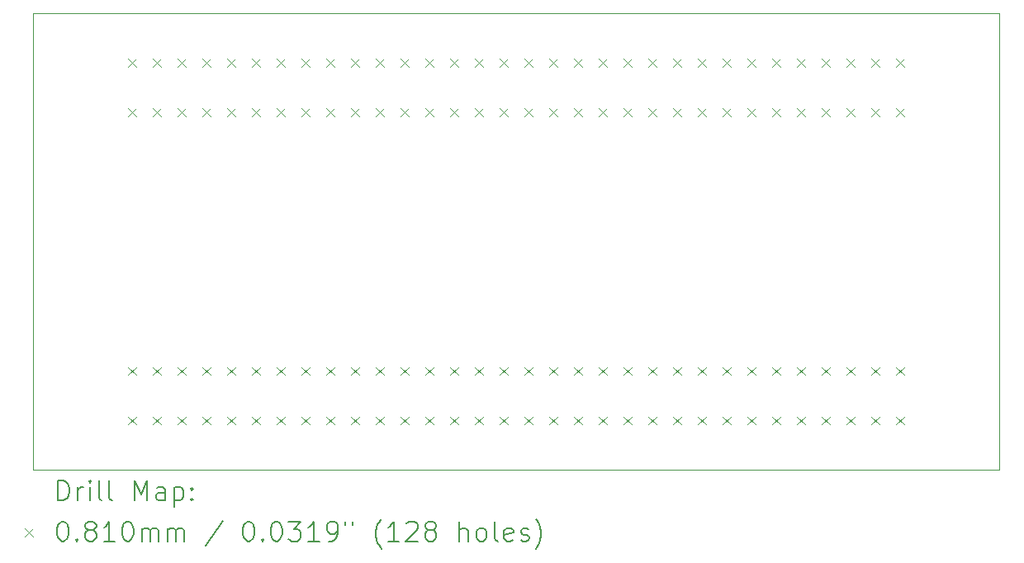
<source format=gbr>
%TF.GenerationSoftware,KiCad,Pcbnew,8.0.2*%
%TF.CreationDate,2024-12-08T11:28:18+01:00*%
%TF.ProjectId,junior-internal-bus,6a756e69-6f72-42d6-996e-7465726e616c,rev?*%
%TF.SameCoordinates,Original*%
%TF.FileFunction,Drillmap*%
%TF.FilePolarity,Positive*%
%FSLAX45Y45*%
G04 Gerber Fmt 4.5, Leading zero omitted, Abs format (unit mm)*
G04 Created by KiCad (PCBNEW 8.0.2) date 2024-12-08 11:28:18*
%MOMM*%
%LPD*%
G01*
G04 APERTURE LIST*
%ADD10C,0.050000*%
%ADD11C,0.200000*%
%ADD12C,0.100000*%
G04 APERTURE END LIST*
D10*
X8128000Y-10668000D02*
X8128000Y-5988000D01*
X18034000Y-10668000D02*
X8128000Y-10668000D01*
X8128000Y-5988000D02*
X18034000Y-5988000D01*
X18034000Y-5988000D02*
X18034000Y-10668000D01*
D11*
D12*
X9103500Y-6455500D02*
X9184500Y-6536500D01*
X9184500Y-6455500D02*
X9103500Y-6536500D01*
X9103500Y-6963500D02*
X9184500Y-7044500D01*
X9184500Y-6963500D02*
X9103500Y-7044500D01*
X9103500Y-9615500D02*
X9184500Y-9696500D01*
X9184500Y-9615500D02*
X9103500Y-9696500D01*
X9103500Y-10123500D02*
X9184500Y-10204500D01*
X9184500Y-10123500D02*
X9103500Y-10204500D01*
X9357500Y-6455500D02*
X9438500Y-6536500D01*
X9438500Y-6455500D02*
X9357500Y-6536500D01*
X9357500Y-6963500D02*
X9438500Y-7044500D01*
X9438500Y-6963500D02*
X9357500Y-7044500D01*
X9357500Y-9615500D02*
X9438500Y-9696500D01*
X9438500Y-9615500D02*
X9357500Y-9696500D01*
X9357500Y-10123500D02*
X9438500Y-10204500D01*
X9438500Y-10123500D02*
X9357500Y-10204500D01*
X9611500Y-6455500D02*
X9692500Y-6536500D01*
X9692500Y-6455500D02*
X9611500Y-6536500D01*
X9611500Y-6963500D02*
X9692500Y-7044500D01*
X9692500Y-6963500D02*
X9611500Y-7044500D01*
X9611500Y-9615500D02*
X9692500Y-9696500D01*
X9692500Y-9615500D02*
X9611500Y-9696500D01*
X9611500Y-10123500D02*
X9692500Y-10204500D01*
X9692500Y-10123500D02*
X9611500Y-10204500D01*
X9865500Y-6455500D02*
X9946500Y-6536500D01*
X9946500Y-6455500D02*
X9865500Y-6536500D01*
X9865500Y-6963500D02*
X9946500Y-7044500D01*
X9946500Y-6963500D02*
X9865500Y-7044500D01*
X9865500Y-9615500D02*
X9946500Y-9696500D01*
X9946500Y-9615500D02*
X9865500Y-9696500D01*
X9865500Y-10123500D02*
X9946500Y-10204500D01*
X9946500Y-10123500D02*
X9865500Y-10204500D01*
X10119500Y-6455500D02*
X10200500Y-6536500D01*
X10200500Y-6455500D02*
X10119500Y-6536500D01*
X10119500Y-6963500D02*
X10200500Y-7044500D01*
X10200500Y-6963500D02*
X10119500Y-7044500D01*
X10119500Y-9615500D02*
X10200500Y-9696500D01*
X10200500Y-9615500D02*
X10119500Y-9696500D01*
X10119500Y-10123500D02*
X10200500Y-10204500D01*
X10200500Y-10123500D02*
X10119500Y-10204500D01*
X10373500Y-6455500D02*
X10454500Y-6536500D01*
X10454500Y-6455500D02*
X10373500Y-6536500D01*
X10373500Y-6963500D02*
X10454500Y-7044500D01*
X10454500Y-6963500D02*
X10373500Y-7044500D01*
X10373500Y-9615500D02*
X10454500Y-9696500D01*
X10454500Y-9615500D02*
X10373500Y-9696500D01*
X10373500Y-10123500D02*
X10454500Y-10204500D01*
X10454500Y-10123500D02*
X10373500Y-10204500D01*
X10627500Y-6455500D02*
X10708500Y-6536500D01*
X10708500Y-6455500D02*
X10627500Y-6536500D01*
X10627500Y-6963500D02*
X10708500Y-7044500D01*
X10708500Y-6963500D02*
X10627500Y-7044500D01*
X10627500Y-9615500D02*
X10708500Y-9696500D01*
X10708500Y-9615500D02*
X10627500Y-9696500D01*
X10627500Y-10123500D02*
X10708500Y-10204500D01*
X10708500Y-10123500D02*
X10627500Y-10204500D01*
X10881500Y-6455500D02*
X10962500Y-6536500D01*
X10962500Y-6455500D02*
X10881500Y-6536500D01*
X10881500Y-6963500D02*
X10962500Y-7044500D01*
X10962500Y-6963500D02*
X10881500Y-7044500D01*
X10881500Y-9615500D02*
X10962500Y-9696500D01*
X10962500Y-9615500D02*
X10881500Y-9696500D01*
X10881500Y-10123500D02*
X10962500Y-10204500D01*
X10962500Y-10123500D02*
X10881500Y-10204500D01*
X11135500Y-6455500D02*
X11216500Y-6536500D01*
X11216500Y-6455500D02*
X11135500Y-6536500D01*
X11135500Y-6963500D02*
X11216500Y-7044500D01*
X11216500Y-6963500D02*
X11135500Y-7044500D01*
X11135500Y-9615500D02*
X11216500Y-9696500D01*
X11216500Y-9615500D02*
X11135500Y-9696500D01*
X11135500Y-10123500D02*
X11216500Y-10204500D01*
X11216500Y-10123500D02*
X11135500Y-10204500D01*
X11389500Y-6455500D02*
X11470500Y-6536500D01*
X11470500Y-6455500D02*
X11389500Y-6536500D01*
X11389500Y-6963500D02*
X11470500Y-7044500D01*
X11470500Y-6963500D02*
X11389500Y-7044500D01*
X11389500Y-9615500D02*
X11470500Y-9696500D01*
X11470500Y-9615500D02*
X11389500Y-9696500D01*
X11389500Y-10123500D02*
X11470500Y-10204500D01*
X11470500Y-10123500D02*
X11389500Y-10204500D01*
X11643500Y-6455500D02*
X11724500Y-6536500D01*
X11724500Y-6455500D02*
X11643500Y-6536500D01*
X11643500Y-6963500D02*
X11724500Y-7044500D01*
X11724500Y-6963500D02*
X11643500Y-7044500D01*
X11643500Y-9615500D02*
X11724500Y-9696500D01*
X11724500Y-9615500D02*
X11643500Y-9696500D01*
X11643500Y-10123500D02*
X11724500Y-10204500D01*
X11724500Y-10123500D02*
X11643500Y-10204500D01*
X11897500Y-6455500D02*
X11978500Y-6536500D01*
X11978500Y-6455500D02*
X11897500Y-6536500D01*
X11897500Y-6963500D02*
X11978500Y-7044500D01*
X11978500Y-6963500D02*
X11897500Y-7044500D01*
X11897500Y-9615500D02*
X11978500Y-9696500D01*
X11978500Y-9615500D02*
X11897500Y-9696500D01*
X11897500Y-10123500D02*
X11978500Y-10204500D01*
X11978500Y-10123500D02*
X11897500Y-10204500D01*
X12151500Y-6455500D02*
X12232500Y-6536500D01*
X12232500Y-6455500D02*
X12151500Y-6536500D01*
X12151500Y-6963500D02*
X12232500Y-7044500D01*
X12232500Y-6963500D02*
X12151500Y-7044500D01*
X12151500Y-9615500D02*
X12232500Y-9696500D01*
X12232500Y-9615500D02*
X12151500Y-9696500D01*
X12151500Y-10123500D02*
X12232500Y-10204500D01*
X12232500Y-10123500D02*
X12151500Y-10204500D01*
X12405500Y-6455500D02*
X12486500Y-6536500D01*
X12486500Y-6455500D02*
X12405500Y-6536500D01*
X12405500Y-6963500D02*
X12486500Y-7044500D01*
X12486500Y-6963500D02*
X12405500Y-7044500D01*
X12405500Y-9615500D02*
X12486500Y-9696500D01*
X12486500Y-9615500D02*
X12405500Y-9696500D01*
X12405500Y-10123500D02*
X12486500Y-10204500D01*
X12486500Y-10123500D02*
X12405500Y-10204500D01*
X12659500Y-6455500D02*
X12740500Y-6536500D01*
X12740500Y-6455500D02*
X12659500Y-6536500D01*
X12659500Y-6963500D02*
X12740500Y-7044500D01*
X12740500Y-6963500D02*
X12659500Y-7044500D01*
X12659500Y-9615500D02*
X12740500Y-9696500D01*
X12740500Y-9615500D02*
X12659500Y-9696500D01*
X12659500Y-10123500D02*
X12740500Y-10204500D01*
X12740500Y-10123500D02*
X12659500Y-10204500D01*
X12913500Y-6455500D02*
X12994500Y-6536500D01*
X12994500Y-6455500D02*
X12913500Y-6536500D01*
X12913500Y-6963500D02*
X12994500Y-7044500D01*
X12994500Y-6963500D02*
X12913500Y-7044500D01*
X12913500Y-9615500D02*
X12994500Y-9696500D01*
X12994500Y-9615500D02*
X12913500Y-9696500D01*
X12913500Y-10123500D02*
X12994500Y-10204500D01*
X12994500Y-10123500D02*
X12913500Y-10204500D01*
X13167500Y-6455500D02*
X13248500Y-6536500D01*
X13248500Y-6455500D02*
X13167500Y-6536500D01*
X13167500Y-6963500D02*
X13248500Y-7044500D01*
X13248500Y-6963500D02*
X13167500Y-7044500D01*
X13167500Y-9615500D02*
X13248500Y-9696500D01*
X13248500Y-9615500D02*
X13167500Y-9696500D01*
X13167500Y-10123500D02*
X13248500Y-10204500D01*
X13248500Y-10123500D02*
X13167500Y-10204500D01*
X13421500Y-6455500D02*
X13502500Y-6536500D01*
X13502500Y-6455500D02*
X13421500Y-6536500D01*
X13421500Y-6963500D02*
X13502500Y-7044500D01*
X13502500Y-6963500D02*
X13421500Y-7044500D01*
X13421500Y-9615500D02*
X13502500Y-9696500D01*
X13502500Y-9615500D02*
X13421500Y-9696500D01*
X13421500Y-10123500D02*
X13502500Y-10204500D01*
X13502500Y-10123500D02*
X13421500Y-10204500D01*
X13675500Y-6455500D02*
X13756500Y-6536500D01*
X13756500Y-6455500D02*
X13675500Y-6536500D01*
X13675500Y-6963500D02*
X13756500Y-7044500D01*
X13756500Y-6963500D02*
X13675500Y-7044500D01*
X13675500Y-9615500D02*
X13756500Y-9696500D01*
X13756500Y-9615500D02*
X13675500Y-9696500D01*
X13675500Y-10123500D02*
X13756500Y-10204500D01*
X13756500Y-10123500D02*
X13675500Y-10204500D01*
X13929500Y-6455500D02*
X14010500Y-6536500D01*
X14010500Y-6455500D02*
X13929500Y-6536500D01*
X13929500Y-6963500D02*
X14010500Y-7044500D01*
X14010500Y-6963500D02*
X13929500Y-7044500D01*
X13929500Y-9615500D02*
X14010500Y-9696500D01*
X14010500Y-9615500D02*
X13929500Y-9696500D01*
X13929500Y-10123500D02*
X14010500Y-10204500D01*
X14010500Y-10123500D02*
X13929500Y-10204500D01*
X14183500Y-6455500D02*
X14264500Y-6536500D01*
X14264500Y-6455500D02*
X14183500Y-6536500D01*
X14183500Y-6963500D02*
X14264500Y-7044500D01*
X14264500Y-6963500D02*
X14183500Y-7044500D01*
X14183500Y-9615500D02*
X14264500Y-9696500D01*
X14264500Y-9615500D02*
X14183500Y-9696500D01*
X14183500Y-10123500D02*
X14264500Y-10204500D01*
X14264500Y-10123500D02*
X14183500Y-10204500D01*
X14437500Y-6455500D02*
X14518500Y-6536500D01*
X14518500Y-6455500D02*
X14437500Y-6536500D01*
X14437500Y-6963500D02*
X14518500Y-7044500D01*
X14518500Y-6963500D02*
X14437500Y-7044500D01*
X14437500Y-9615500D02*
X14518500Y-9696500D01*
X14518500Y-9615500D02*
X14437500Y-9696500D01*
X14437500Y-10123500D02*
X14518500Y-10204500D01*
X14518500Y-10123500D02*
X14437500Y-10204500D01*
X14691500Y-6455500D02*
X14772500Y-6536500D01*
X14772500Y-6455500D02*
X14691500Y-6536500D01*
X14691500Y-6963500D02*
X14772500Y-7044500D01*
X14772500Y-6963500D02*
X14691500Y-7044500D01*
X14691500Y-9615500D02*
X14772500Y-9696500D01*
X14772500Y-9615500D02*
X14691500Y-9696500D01*
X14691500Y-10123500D02*
X14772500Y-10204500D01*
X14772500Y-10123500D02*
X14691500Y-10204500D01*
X14945500Y-6455500D02*
X15026500Y-6536500D01*
X15026500Y-6455500D02*
X14945500Y-6536500D01*
X14945500Y-6963500D02*
X15026500Y-7044500D01*
X15026500Y-6963500D02*
X14945500Y-7044500D01*
X14945500Y-9615500D02*
X15026500Y-9696500D01*
X15026500Y-9615500D02*
X14945500Y-9696500D01*
X14945500Y-10123500D02*
X15026500Y-10204500D01*
X15026500Y-10123500D02*
X14945500Y-10204500D01*
X15199500Y-6455500D02*
X15280500Y-6536500D01*
X15280500Y-6455500D02*
X15199500Y-6536500D01*
X15199500Y-6963500D02*
X15280500Y-7044500D01*
X15280500Y-6963500D02*
X15199500Y-7044500D01*
X15199500Y-9615500D02*
X15280500Y-9696500D01*
X15280500Y-9615500D02*
X15199500Y-9696500D01*
X15199500Y-10123500D02*
X15280500Y-10204500D01*
X15280500Y-10123500D02*
X15199500Y-10204500D01*
X15453500Y-6455500D02*
X15534500Y-6536500D01*
X15534500Y-6455500D02*
X15453500Y-6536500D01*
X15453500Y-6963500D02*
X15534500Y-7044500D01*
X15534500Y-6963500D02*
X15453500Y-7044500D01*
X15453500Y-9615500D02*
X15534500Y-9696500D01*
X15534500Y-9615500D02*
X15453500Y-9696500D01*
X15453500Y-10123500D02*
X15534500Y-10204500D01*
X15534500Y-10123500D02*
X15453500Y-10204500D01*
X15707500Y-6455500D02*
X15788500Y-6536500D01*
X15788500Y-6455500D02*
X15707500Y-6536500D01*
X15707500Y-6963500D02*
X15788500Y-7044500D01*
X15788500Y-6963500D02*
X15707500Y-7044500D01*
X15707500Y-9615500D02*
X15788500Y-9696500D01*
X15788500Y-9615500D02*
X15707500Y-9696500D01*
X15707500Y-10123500D02*
X15788500Y-10204500D01*
X15788500Y-10123500D02*
X15707500Y-10204500D01*
X15961500Y-6455500D02*
X16042500Y-6536500D01*
X16042500Y-6455500D02*
X15961500Y-6536500D01*
X15961500Y-6963500D02*
X16042500Y-7044500D01*
X16042500Y-6963500D02*
X15961500Y-7044500D01*
X15961500Y-9615500D02*
X16042500Y-9696500D01*
X16042500Y-9615500D02*
X15961500Y-9696500D01*
X15961500Y-10123500D02*
X16042500Y-10204500D01*
X16042500Y-10123500D02*
X15961500Y-10204500D01*
X16215500Y-6455500D02*
X16296500Y-6536500D01*
X16296500Y-6455500D02*
X16215500Y-6536500D01*
X16215500Y-6963500D02*
X16296500Y-7044500D01*
X16296500Y-6963500D02*
X16215500Y-7044500D01*
X16215500Y-9615500D02*
X16296500Y-9696500D01*
X16296500Y-9615500D02*
X16215500Y-9696500D01*
X16215500Y-10123500D02*
X16296500Y-10204500D01*
X16296500Y-10123500D02*
X16215500Y-10204500D01*
X16469500Y-6455500D02*
X16550500Y-6536500D01*
X16550500Y-6455500D02*
X16469500Y-6536500D01*
X16469500Y-6963500D02*
X16550500Y-7044500D01*
X16550500Y-6963500D02*
X16469500Y-7044500D01*
X16469500Y-9615500D02*
X16550500Y-9696500D01*
X16550500Y-9615500D02*
X16469500Y-9696500D01*
X16469500Y-10123500D02*
X16550500Y-10204500D01*
X16550500Y-10123500D02*
X16469500Y-10204500D01*
X16723500Y-6455500D02*
X16804500Y-6536500D01*
X16804500Y-6455500D02*
X16723500Y-6536500D01*
X16723500Y-6963500D02*
X16804500Y-7044500D01*
X16804500Y-6963500D02*
X16723500Y-7044500D01*
X16723500Y-9615500D02*
X16804500Y-9696500D01*
X16804500Y-9615500D02*
X16723500Y-9696500D01*
X16723500Y-10123500D02*
X16804500Y-10204500D01*
X16804500Y-10123500D02*
X16723500Y-10204500D01*
X16977500Y-6455500D02*
X17058500Y-6536500D01*
X17058500Y-6455500D02*
X16977500Y-6536500D01*
X16977500Y-6963500D02*
X17058500Y-7044500D01*
X17058500Y-6963500D02*
X16977500Y-7044500D01*
X16977500Y-9615500D02*
X17058500Y-9696500D01*
X17058500Y-9615500D02*
X16977500Y-9696500D01*
X16977500Y-10123500D02*
X17058500Y-10204500D01*
X17058500Y-10123500D02*
X16977500Y-10204500D01*
D11*
X8386277Y-10981984D02*
X8386277Y-10781984D01*
X8386277Y-10781984D02*
X8433896Y-10781984D01*
X8433896Y-10781984D02*
X8462467Y-10791508D01*
X8462467Y-10791508D02*
X8481515Y-10810555D01*
X8481515Y-10810555D02*
X8491039Y-10829603D01*
X8491039Y-10829603D02*
X8500563Y-10867698D01*
X8500563Y-10867698D02*
X8500563Y-10896270D01*
X8500563Y-10896270D02*
X8491039Y-10934365D01*
X8491039Y-10934365D02*
X8481515Y-10953412D01*
X8481515Y-10953412D02*
X8462467Y-10972460D01*
X8462467Y-10972460D02*
X8433896Y-10981984D01*
X8433896Y-10981984D02*
X8386277Y-10981984D01*
X8586277Y-10981984D02*
X8586277Y-10848650D01*
X8586277Y-10886746D02*
X8595801Y-10867698D01*
X8595801Y-10867698D02*
X8605324Y-10858174D01*
X8605324Y-10858174D02*
X8624372Y-10848650D01*
X8624372Y-10848650D02*
X8643420Y-10848650D01*
X8710086Y-10981984D02*
X8710086Y-10848650D01*
X8710086Y-10781984D02*
X8700563Y-10791508D01*
X8700563Y-10791508D02*
X8710086Y-10801031D01*
X8710086Y-10801031D02*
X8719610Y-10791508D01*
X8719610Y-10791508D02*
X8710086Y-10781984D01*
X8710086Y-10781984D02*
X8710086Y-10801031D01*
X8833896Y-10981984D02*
X8814848Y-10972460D01*
X8814848Y-10972460D02*
X8805324Y-10953412D01*
X8805324Y-10953412D02*
X8805324Y-10781984D01*
X8938658Y-10981984D02*
X8919610Y-10972460D01*
X8919610Y-10972460D02*
X8910086Y-10953412D01*
X8910086Y-10953412D02*
X8910086Y-10781984D01*
X9167229Y-10981984D02*
X9167229Y-10781984D01*
X9167229Y-10781984D02*
X9233896Y-10924841D01*
X9233896Y-10924841D02*
X9300563Y-10781984D01*
X9300563Y-10781984D02*
X9300563Y-10981984D01*
X9481515Y-10981984D02*
X9481515Y-10877222D01*
X9481515Y-10877222D02*
X9471991Y-10858174D01*
X9471991Y-10858174D02*
X9452944Y-10848650D01*
X9452944Y-10848650D02*
X9414848Y-10848650D01*
X9414848Y-10848650D02*
X9395801Y-10858174D01*
X9481515Y-10972460D02*
X9462467Y-10981984D01*
X9462467Y-10981984D02*
X9414848Y-10981984D01*
X9414848Y-10981984D02*
X9395801Y-10972460D01*
X9395801Y-10972460D02*
X9386277Y-10953412D01*
X9386277Y-10953412D02*
X9386277Y-10934365D01*
X9386277Y-10934365D02*
X9395801Y-10915317D01*
X9395801Y-10915317D02*
X9414848Y-10905793D01*
X9414848Y-10905793D02*
X9462467Y-10905793D01*
X9462467Y-10905793D02*
X9481515Y-10896270D01*
X9576753Y-10848650D02*
X9576753Y-11048650D01*
X9576753Y-10858174D02*
X9595801Y-10848650D01*
X9595801Y-10848650D02*
X9633896Y-10848650D01*
X9633896Y-10848650D02*
X9652944Y-10858174D01*
X9652944Y-10858174D02*
X9662467Y-10867698D01*
X9662467Y-10867698D02*
X9671991Y-10886746D01*
X9671991Y-10886746D02*
X9671991Y-10943889D01*
X9671991Y-10943889D02*
X9662467Y-10962936D01*
X9662467Y-10962936D02*
X9652944Y-10972460D01*
X9652944Y-10972460D02*
X9633896Y-10981984D01*
X9633896Y-10981984D02*
X9595801Y-10981984D01*
X9595801Y-10981984D02*
X9576753Y-10972460D01*
X9757705Y-10962936D02*
X9767229Y-10972460D01*
X9767229Y-10972460D02*
X9757705Y-10981984D01*
X9757705Y-10981984D02*
X9748182Y-10972460D01*
X9748182Y-10972460D02*
X9757705Y-10962936D01*
X9757705Y-10962936D02*
X9757705Y-10981984D01*
X9757705Y-10858174D02*
X9767229Y-10867698D01*
X9767229Y-10867698D02*
X9757705Y-10877222D01*
X9757705Y-10877222D02*
X9748182Y-10867698D01*
X9748182Y-10867698D02*
X9757705Y-10858174D01*
X9757705Y-10858174D02*
X9757705Y-10877222D01*
D12*
X8044500Y-11270000D02*
X8125500Y-11351000D01*
X8125500Y-11270000D02*
X8044500Y-11351000D01*
D11*
X8424372Y-11201984D02*
X8443420Y-11201984D01*
X8443420Y-11201984D02*
X8462467Y-11211508D01*
X8462467Y-11211508D02*
X8471991Y-11221031D01*
X8471991Y-11221031D02*
X8481515Y-11240079D01*
X8481515Y-11240079D02*
X8491039Y-11278174D01*
X8491039Y-11278174D02*
X8491039Y-11325793D01*
X8491039Y-11325793D02*
X8481515Y-11363888D01*
X8481515Y-11363888D02*
X8471991Y-11382936D01*
X8471991Y-11382936D02*
X8462467Y-11392460D01*
X8462467Y-11392460D02*
X8443420Y-11401984D01*
X8443420Y-11401984D02*
X8424372Y-11401984D01*
X8424372Y-11401984D02*
X8405324Y-11392460D01*
X8405324Y-11392460D02*
X8395801Y-11382936D01*
X8395801Y-11382936D02*
X8386277Y-11363888D01*
X8386277Y-11363888D02*
X8376753Y-11325793D01*
X8376753Y-11325793D02*
X8376753Y-11278174D01*
X8376753Y-11278174D02*
X8386277Y-11240079D01*
X8386277Y-11240079D02*
X8395801Y-11221031D01*
X8395801Y-11221031D02*
X8405324Y-11211508D01*
X8405324Y-11211508D02*
X8424372Y-11201984D01*
X8576753Y-11382936D02*
X8586277Y-11392460D01*
X8586277Y-11392460D02*
X8576753Y-11401984D01*
X8576753Y-11401984D02*
X8567229Y-11392460D01*
X8567229Y-11392460D02*
X8576753Y-11382936D01*
X8576753Y-11382936D02*
X8576753Y-11401984D01*
X8700563Y-11287698D02*
X8681515Y-11278174D01*
X8681515Y-11278174D02*
X8671991Y-11268650D01*
X8671991Y-11268650D02*
X8662467Y-11249603D01*
X8662467Y-11249603D02*
X8662467Y-11240079D01*
X8662467Y-11240079D02*
X8671991Y-11221031D01*
X8671991Y-11221031D02*
X8681515Y-11211508D01*
X8681515Y-11211508D02*
X8700563Y-11201984D01*
X8700563Y-11201984D02*
X8738658Y-11201984D01*
X8738658Y-11201984D02*
X8757705Y-11211508D01*
X8757705Y-11211508D02*
X8767229Y-11221031D01*
X8767229Y-11221031D02*
X8776753Y-11240079D01*
X8776753Y-11240079D02*
X8776753Y-11249603D01*
X8776753Y-11249603D02*
X8767229Y-11268650D01*
X8767229Y-11268650D02*
X8757705Y-11278174D01*
X8757705Y-11278174D02*
X8738658Y-11287698D01*
X8738658Y-11287698D02*
X8700563Y-11287698D01*
X8700563Y-11287698D02*
X8681515Y-11297222D01*
X8681515Y-11297222D02*
X8671991Y-11306746D01*
X8671991Y-11306746D02*
X8662467Y-11325793D01*
X8662467Y-11325793D02*
X8662467Y-11363888D01*
X8662467Y-11363888D02*
X8671991Y-11382936D01*
X8671991Y-11382936D02*
X8681515Y-11392460D01*
X8681515Y-11392460D02*
X8700563Y-11401984D01*
X8700563Y-11401984D02*
X8738658Y-11401984D01*
X8738658Y-11401984D02*
X8757705Y-11392460D01*
X8757705Y-11392460D02*
X8767229Y-11382936D01*
X8767229Y-11382936D02*
X8776753Y-11363888D01*
X8776753Y-11363888D02*
X8776753Y-11325793D01*
X8776753Y-11325793D02*
X8767229Y-11306746D01*
X8767229Y-11306746D02*
X8757705Y-11297222D01*
X8757705Y-11297222D02*
X8738658Y-11287698D01*
X8967229Y-11401984D02*
X8852944Y-11401984D01*
X8910086Y-11401984D02*
X8910086Y-11201984D01*
X8910086Y-11201984D02*
X8891039Y-11230555D01*
X8891039Y-11230555D02*
X8871991Y-11249603D01*
X8871991Y-11249603D02*
X8852944Y-11259127D01*
X9091039Y-11201984D02*
X9110086Y-11201984D01*
X9110086Y-11201984D02*
X9129134Y-11211508D01*
X9129134Y-11211508D02*
X9138658Y-11221031D01*
X9138658Y-11221031D02*
X9148182Y-11240079D01*
X9148182Y-11240079D02*
X9157705Y-11278174D01*
X9157705Y-11278174D02*
X9157705Y-11325793D01*
X9157705Y-11325793D02*
X9148182Y-11363888D01*
X9148182Y-11363888D02*
X9138658Y-11382936D01*
X9138658Y-11382936D02*
X9129134Y-11392460D01*
X9129134Y-11392460D02*
X9110086Y-11401984D01*
X9110086Y-11401984D02*
X9091039Y-11401984D01*
X9091039Y-11401984D02*
X9071991Y-11392460D01*
X9071991Y-11392460D02*
X9062467Y-11382936D01*
X9062467Y-11382936D02*
X9052944Y-11363888D01*
X9052944Y-11363888D02*
X9043420Y-11325793D01*
X9043420Y-11325793D02*
X9043420Y-11278174D01*
X9043420Y-11278174D02*
X9052944Y-11240079D01*
X9052944Y-11240079D02*
X9062467Y-11221031D01*
X9062467Y-11221031D02*
X9071991Y-11211508D01*
X9071991Y-11211508D02*
X9091039Y-11201984D01*
X9243420Y-11401984D02*
X9243420Y-11268650D01*
X9243420Y-11287698D02*
X9252944Y-11278174D01*
X9252944Y-11278174D02*
X9271991Y-11268650D01*
X9271991Y-11268650D02*
X9300563Y-11268650D01*
X9300563Y-11268650D02*
X9319610Y-11278174D01*
X9319610Y-11278174D02*
X9329134Y-11297222D01*
X9329134Y-11297222D02*
X9329134Y-11401984D01*
X9329134Y-11297222D02*
X9338658Y-11278174D01*
X9338658Y-11278174D02*
X9357705Y-11268650D01*
X9357705Y-11268650D02*
X9386277Y-11268650D01*
X9386277Y-11268650D02*
X9405325Y-11278174D01*
X9405325Y-11278174D02*
X9414848Y-11297222D01*
X9414848Y-11297222D02*
X9414848Y-11401984D01*
X9510086Y-11401984D02*
X9510086Y-11268650D01*
X9510086Y-11287698D02*
X9519610Y-11278174D01*
X9519610Y-11278174D02*
X9538658Y-11268650D01*
X9538658Y-11268650D02*
X9567229Y-11268650D01*
X9567229Y-11268650D02*
X9586277Y-11278174D01*
X9586277Y-11278174D02*
X9595801Y-11297222D01*
X9595801Y-11297222D02*
X9595801Y-11401984D01*
X9595801Y-11297222D02*
X9605325Y-11278174D01*
X9605325Y-11278174D02*
X9624372Y-11268650D01*
X9624372Y-11268650D02*
X9652944Y-11268650D01*
X9652944Y-11268650D02*
X9671991Y-11278174D01*
X9671991Y-11278174D02*
X9681515Y-11297222D01*
X9681515Y-11297222D02*
X9681515Y-11401984D01*
X10071991Y-11192460D02*
X9900563Y-11449603D01*
X10329134Y-11201984D02*
X10348182Y-11201984D01*
X10348182Y-11201984D02*
X10367229Y-11211508D01*
X10367229Y-11211508D02*
X10376753Y-11221031D01*
X10376753Y-11221031D02*
X10386277Y-11240079D01*
X10386277Y-11240079D02*
X10395801Y-11278174D01*
X10395801Y-11278174D02*
X10395801Y-11325793D01*
X10395801Y-11325793D02*
X10386277Y-11363888D01*
X10386277Y-11363888D02*
X10376753Y-11382936D01*
X10376753Y-11382936D02*
X10367229Y-11392460D01*
X10367229Y-11392460D02*
X10348182Y-11401984D01*
X10348182Y-11401984D02*
X10329134Y-11401984D01*
X10329134Y-11401984D02*
X10310087Y-11392460D01*
X10310087Y-11392460D02*
X10300563Y-11382936D01*
X10300563Y-11382936D02*
X10291039Y-11363888D01*
X10291039Y-11363888D02*
X10281515Y-11325793D01*
X10281515Y-11325793D02*
X10281515Y-11278174D01*
X10281515Y-11278174D02*
X10291039Y-11240079D01*
X10291039Y-11240079D02*
X10300563Y-11221031D01*
X10300563Y-11221031D02*
X10310087Y-11211508D01*
X10310087Y-11211508D02*
X10329134Y-11201984D01*
X10481515Y-11382936D02*
X10491039Y-11392460D01*
X10491039Y-11392460D02*
X10481515Y-11401984D01*
X10481515Y-11401984D02*
X10471991Y-11392460D01*
X10471991Y-11392460D02*
X10481515Y-11382936D01*
X10481515Y-11382936D02*
X10481515Y-11401984D01*
X10614848Y-11201984D02*
X10633896Y-11201984D01*
X10633896Y-11201984D02*
X10652944Y-11211508D01*
X10652944Y-11211508D02*
X10662468Y-11221031D01*
X10662468Y-11221031D02*
X10671991Y-11240079D01*
X10671991Y-11240079D02*
X10681515Y-11278174D01*
X10681515Y-11278174D02*
X10681515Y-11325793D01*
X10681515Y-11325793D02*
X10671991Y-11363888D01*
X10671991Y-11363888D02*
X10662468Y-11382936D01*
X10662468Y-11382936D02*
X10652944Y-11392460D01*
X10652944Y-11392460D02*
X10633896Y-11401984D01*
X10633896Y-11401984D02*
X10614848Y-11401984D01*
X10614848Y-11401984D02*
X10595801Y-11392460D01*
X10595801Y-11392460D02*
X10586277Y-11382936D01*
X10586277Y-11382936D02*
X10576753Y-11363888D01*
X10576753Y-11363888D02*
X10567229Y-11325793D01*
X10567229Y-11325793D02*
X10567229Y-11278174D01*
X10567229Y-11278174D02*
X10576753Y-11240079D01*
X10576753Y-11240079D02*
X10586277Y-11221031D01*
X10586277Y-11221031D02*
X10595801Y-11211508D01*
X10595801Y-11211508D02*
X10614848Y-11201984D01*
X10748182Y-11201984D02*
X10871991Y-11201984D01*
X10871991Y-11201984D02*
X10805325Y-11278174D01*
X10805325Y-11278174D02*
X10833896Y-11278174D01*
X10833896Y-11278174D02*
X10852944Y-11287698D01*
X10852944Y-11287698D02*
X10862468Y-11297222D01*
X10862468Y-11297222D02*
X10871991Y-11316269D01*
X10871991Y-11316269D02*
X10871991Y-11363888D01*
X10871991Y-11363888D02*
X10862468Y-11382936D01*
X10862468Y-11382936D02*
X10852944Y-11392460D01*
X10852944Y-11392460D02*
X10833896Y-11401984D01*
X10833896Y-11401984D02*
X10776753Y-11401984D01*
X10776753Y-11401984D02*
X10757706Y-11392460D01*
X10757706Y-11392460D02*
X10748182Y-11382936D01*
X11062468Y-11401984D02*
X10948182Y-11401984D01*
X11005325Y-11401984D02*
X11005325Y-11201984D01*
X11005325Y-11201984D02*
X10986277Y-11230555D01*
X10986277Y-11230555D02*
X10967229Y-11249603D01*
X10967229Y-11249603D02*
X10948182Y-11259127D01*
X11157706Y-11401984D02*
X11195801Y-11401984D01*
X11195801Y-11401984D02*
X11214848Y-11392460D01*
X11214848Y-11392460D02*
X11224372Y-11382936D01*
X11224372Y-11382936D02*
X11243420Y-11354365D01*
X11243420Y-11354365D02*
X11252944Y-11316269D01*
X11252944Y-11316269D02*
X11252944Y-11240079D01*
X11252944Y-11240079D02*
X11243420Y-11221031D01*
X11243420Y-11221031D02*
X11233896Y-11211508D01*
X11233896Y-11211508D02*
X11214848Y-11201984D01*
X11214848Y-11201984D02*
X11176753Y-11201984D01*
X11176753Y-11201984D02*
X11157706Y-11211508D01*
X11157706Y-11211508D02*
X11148182Y-11221031D01*
X11148182Y-11221031D02*
X11138658Y-11240079D01*
X11138658Y-11240079D02*
X11138658Y-11287698D01*
X11138658Y-11287698D02*
X11148182Y-11306746D01*
X11148182Y-11306746D02*
X11157706Y-11316269D01*
X11157706Y-11316269D02*
X11176753Y-11325793D01*
X11176753Y-11325793D02*
X11214848Y-11325793D01*
X11214848Y-11325793D02*
X11233896Y-11316269D01*
X11233896Y-11316269D02*
X11243420Y-11306746D01*
X11243420Y-11306746D02*
X11252944Y-11287698D01*
X11329134Y-11201984D02*
X11329134Y-11240079D01*
X11405325Y-11201984D02*
X11405325Y-11240079D01*
X11700563Y-11478174D02*
X11691039Y-11468650D01*
X11691039Y-11468650D02*
X11671991Y-11440079D01*
X11671991Y-11440079D02*
X11662468Y-11421031D01*
X11662468Y-11421031D02*
X11652944Y-11392460D01*
X11652944Y-11392460D02*
X11643420Y-11344841D01*
X11643420Y-11344841D02*
X11643420Y-11306746D01*
X11643420Y-11306746D02*
X11652944Y-11259127D01*
X11652944Y-11259127D02*
X11662468Y-11230555D01*
X11662468Y-11230555D02*
X11671991Y-11211508D01*
X11671991Y-11211508D02*
X11691039Y-11182936D01*
X11691039Y-11182936D02*
X11700563Y-11173412D01*
X11881515Y-11401984D02*
X11767229Y-11401984D01*
X11824372Y-11401984D02*
X11824372Y-11201984D01*
X11824372Y-11201984D02*
X11805325Y-11230555D01*
X11805325Y-11230555D02*
X11786277Y-11249603D01*
X11786277Y-11249603D02*
X11767229Y-11259127D01*
X11957706Y-11221031D02*
X11967229Y-11211508D01*
X11967229Y-11211508D02*
X11986277Y-11201984D01*
X11986277Y-11201984D02*
X12033896Y-11201984D01*
X12033896Y-11201984D02*
X12052944Y-11211508D01*
X12052944Y-11211508D02*
X12062468Y-11221031D01*
X12062468Y-11221031D02*
X12071991Y-11240079D01*
X12071991Y-11240079D02*
X12071991Y-11259127D01*
X12071991Y-11259127D02*
X12062468Y-11287698D01*
X12062468Y-11287698D02*
X11948182Y-11401984D01*
X11948182Y-11401984D02*
X12071991Y-11401984D01*
X12186277Y-11287698D02*
X12167229Y-11278174D01*
X12167229Y-11278174D02*
X12157706Y-11268650D01*
X12157706Y-11268650D02*
X12148182Y-11249603D01*
X12148182Y-11249603D02*
X12148182Y-11240079D01*
X12148182Y-11240079D02*
X12157706Y-11221031D01*
X12157706Y-11221031D02*
X12167229Y-11211508D01*
X12167229Y-11211508D02*
X12186277Y-11201984D01*
X12186277Y-11201984D02*
X12224372Y-11201984D01*
X12224372Y-11201984D02*
X12243420Y-11211508D01*
X12243420Y-11211508D02*
X12252944Y-11221031D01*
X12252944Y-11221031D02*
X12262468Y-11240079D01*
X12262468Y-11240079D02*
X12262468Y-11249603D01*
X12262468Y-11249603D02*
X12252944Y-11268650D01*
X12252944Y-11268650D02*
X12243420Y-11278174D01*
X12243420Y-11278174D02*
X12224372Y-11287698D01*
X12224372Y-11287698D02*
X12186277Y-11287698D01*
X12186277Y-11287698D02*
X12167229Y-11297222D01*
X12167229Y-11297222D02*
X12157706Y-11306746D01*
X12157706Y-11306746D02*
X12148182Y-11325793D01*
X12148182Y-11325793D02*
X12148182Y-11363888D01*
X12148182Y-11363888D02*
X12157706Y-11382936D01*
X12157706Y-11382936D02*
X12167229Y-11392460D01*
X12167229Y-11392460D02*
X12186277Y-11401984D01*
X12186277Y-11401984D02*
X12224372Y-11401984D01*
X12224372Y-11401984D02*
X12243420Y-11392460D01*
X12243420Y-11392460D02*
X12252944Y-11382936D01*
X12252944Y-11382936D02*
X12262468Y-11363888D01*
X12262468Y-11363888D02*
X12262468Y-11325793D01*
X12262468Y-11325793D02*
X12252944Y-11306746D01*
X12252944Y-11306746D02*
X12243420Y-11297222D01*
X12243420Y-11297222D02*
X12224372Y-11287698D01*
X12500563Y-11401984D02*
X12500563Y-11201984D01*
X12586277Y-11401984D02*
X12586277Y-11297222D01*
X12586277Y-11297222D02*
X12576753Y-11278174D01*
X12576753Y-11278174D02*
X12557706Y-11268650D01*
X12557706Y-11268650D02*
X12529134Y-11268650D01*
X12529134Y-11268650D02*
X12510087Y-11278174D01*
X12510087Y-11278174D02*
X12500563Y-11287698D01*
X12710087Y-11401984D02*
X12691039Y-11392460D01*
X12691039Y-11392460D02*
X12681515Y-11382936D01*
X12681515Y-11382936D02*
X12671991Y-11363888D01*
X12671991Y-11363888D02*
X12671991Y-11306746D01*
X12671991Y-11306746D02*
X12681515Y-11287698D01*
X12681515Y-11287698D02*
X12691039Y-11278174D01*
X12691039Y-11278174D02*
X12710087Y-11268650D01*
X12710087Y-11268650D02*
X12738658Y-11268650D01*
X12738658Y-11268650D02*
X12757706Y-11278174D01*
X12757706Y-11278174D02*
X12767230Y-11287698D01*
X12767230Y-11287698D02*
X12776753Y-11306746D01*
X12776753Y-11306746D02*
X12776753Y-11363888D01*
X12776753Y-11363888D02*
X12767230Y-11382936D01*
X12767230Y-11382936D02*
X12757706Y-11392460D01*
X12757706Y-11392460D02*
X12738658Y-11401984D01*
X12738658Y-11401984D02*
X12710087Y-11401984D01*
X12891039Y-11401984D02*
X12871991Y-11392460D01*
X12871991Y-11392460D02*
X12862468Y-11373412D01*
X12862468Y-11373412D02*
X12862468Y-11201984D01*
X13043420Y-11392460D02*
X13024372Y-11401984D01*
X13024372Y-11401984D02*
X12986277Y-11401984D01*
X12986277Y-11401984D02*
X12967230Y-11392460D01*
X12967230Y-11392460D02*
X12957706Y-11373412D01*
X12957706Y-11373412D02*
X12957706Y-11297222D01*
X12957706Y-11297222D02*
X12967230Y-11278174D01*
X12967230Y-11278174D02*
X12986277Y-11268650D01*
X12986277Y-11268650D02*
X13024372Y-11268650D01*
X13024372Y-11268650D02*
X13043420Y-11278174D01*
X13043420Y-11278174D02*
X13052944Y-11297222D01*
X13052944Y-11297222D02*
X13052944Y-11316269D01*
X13052944Y-11316269D02*
X12957706Y-11335317D01*
X13129134Y-11392460D02*
X13148182Y-11401984D01*
X13148182Y-11401984D02*
X13186277Y-11401984D01*
X13186277Y-11401984D02*
X13205325Y-11392460D01*
X13205325Y-11392460D02*
X13214849Y-11373412D01*
X13214849Y-11373412D02*
X13214849Y-11363888D01*
X13214849Y-11363888D02*
X13205325Y-11344841D01*
X13205325Y-11344841D02*
X13186277Y-11335317D01*
X13186277Y-11335317D02*
X13157706Y-11335317D01*
X13157706Y-11335317D02*
X13138658Y-11325793D01*
X13138658Y-11325793D02*
X13129134Y-11306746D01*
X13129134Y-11306746D02*
X13129134Y-11297222D01*
X13129134Y-11297222D02*
X13138658Y-11278174D01*
X13138658Y-11278174D02*
X13157706Y-11268650D01*
X13157706Y-11268650D02*
X13186277Y-11268650D01*
X13186277Y-11268650D02*
X13205325Y-11278174D01*
X13281515Y-11478174D02*
X13291039Y-11468650D01*
X13291039Y-11468650D02*
X13310087Y-11440079D01*
X13310087Y-11440079D02*
X13319611Y-11421031D01*
X13319611Y-11421031D02*
X13329134Y-11392460D01*
X13329134Y-11392460D02*
X13338658Y-11344841D01*
X13338658Y-11344841D02*
X13338658Y-11306746D01*
X13338658Y-11306746D02*
X13329134Y-11259127D01*
X13329134Y-11259127D02*
X13319611Y-11230555D01*
X13319611Y-11230555D02*
X13310087Y-11211508D01*
X13310087Y-11211508D02*
X13291039Y-11182936D01*
X13291039Y-11182936D02*
X13281515Y-11173412D01*
M02*

</source>
